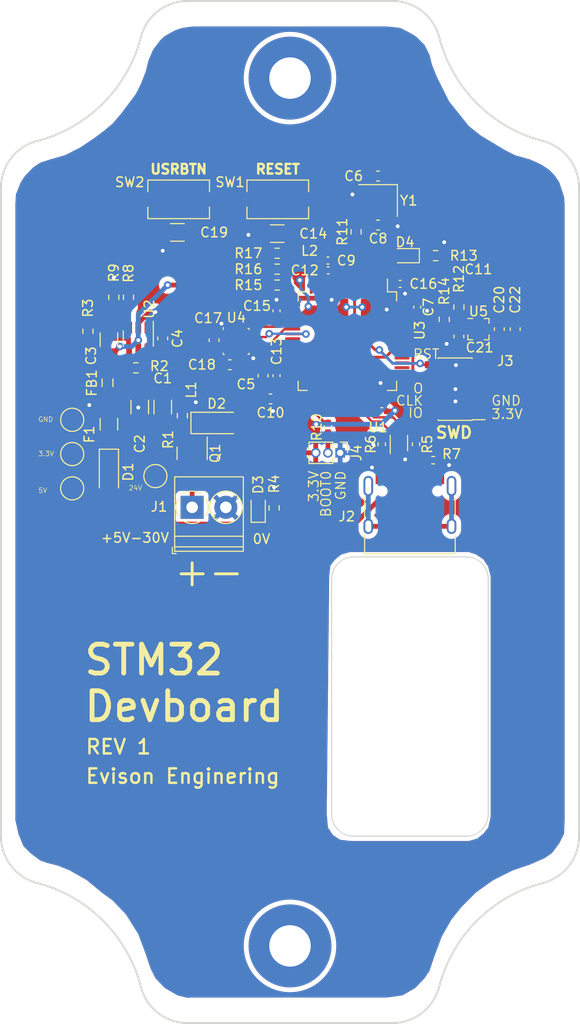
<source format=kicad_pcb>
(kicad_pcb (version 20221018) (generator pcbnew)
  (title_block (title "PCB") (date "2023-05-21") (rev "1") (company "Evison Engineering") (comment 1 "STM32 Development Board"))
  (layers (0 "F.Cu" signal) (31 "B.Cu" power) (34 "B.Paste" user) (35 "F.Paste" user) (36 "B.SilkS" user "B.Silkscreen") (37 "F.SilkS" user "F.Silkscreen") (38 "B.Mask" user) (39 "F.Mask" user) (44 "Edge.Cuts" user))
  (net 0 "")
  (net 1 "+3.3V")
  (net 2 "GND")
  (net 3 "+3.3VA")
  (net 4 "BUCK_IN")
  (net 5 "BUCK_SW")
  (net 6 "BUCK_BST")
  (net 7 "Net-(D1-K)")
  (net 8 "LED")
  (net 9 "+5V")
  (net 10 "Net-(D4-K)")
  (net 11 "Net-(F1-Pad1)")
  (net 12 "USB_CONN_D+")
  (net 13 "USB_CONN_D-")
  (net 14 "+24V")
  (net 15 "SWDIO")
  (net 16 "SWCLK")
  (net 17 "SWO")
  (net 20 "NRST")
  (net 21 "BUCK_FB")
  (net 22 "BUCK_EN")
  (net 23 "RCC_OSC_IN")
  (net 24 "RCC_OSC_OUT")
  (net 25 "BOOT0")
  (net 26 "USB_CONN_CC1")
  (net 27 "USB_CONN_CC2")
  (net 28 "Net-(J4-Pin_2)")
  (net 29 "VMEAS")
  (net 30 "SPI1_SCK")
  (net 31 "SPI1_MISO")
  (net 32 "SPI1_MOSI")
  (net 33 "SPI1_CSB")
  (net 34 "USB_OTG_FS_DN")
  (net 35 "I2C1_SDA")
  (net 36 "I2C1_SCL")
  (net 37 "USB_OTG_FS_DP")
  (net 38 "BTN1")
  (net 39 "Net-(C8-Pad1)")
  (net 40 "Net-(U3-VCAP1)")
  (net 41 "Net-(D2-A)")
  (net 42 "Net-(D3-K)")
  (net 43 "Net-(R16-Pad1)")
  (net 84 "unconnected-(J2-SHIELD-PadS1)")
  (footprint "Package_TO_SOT_SMD:SOT-666" (layer "F.Cu") (at 97.155 95.123 90)
    (fp_text reference "U1")
    (fp_text value "USBLC6-2P6")
  )
  (footprint "LED_SMD:LED_0603_1608Metric" (layer "F.Cu") (at 97.79 75.692 180)
    (fp_text reference "D4")
    (fp_text value "GRN")
  )
  (footprint "Resistor_SMD:R_0603_1608Metric" (layer "F.Cu") (at 84.518 78.74 180)
    (fp_text reference "R15")
    (fp_text value "220k")
  )
  (footprint "Capacitor_SMD:C_0402_1005Metric" (layer "F.Cu") (at 84.455 88.138 90)
    (fp_text reference "C13")
    (fp_text value "100n")
  )
  (footprint "Resistor_SMD:R_0603_1608Metric" (layer "F.Cu") (at 67.564 80.01 90)
    (fp_text reference "R9")
    (fp_text value "10k")
  )
  (footprint "Resistor_SMD:R_0603_1608Metric" (layer "F.Cu") (at 103.382 81.0255 -90)
    (fp_text reference "R12")
    (fp_text value "10k")
  )
  (footprint "Connector_USB:USB_C_Receptacle_HRO_TYPE-C-31-M-12" (layer "F.Cu") (at 98.296 102.709)
    (fp_text reference "J2")
    (fp_text value "USB_C_Receptacle_USB2.0")
  )
  (footprint "Diode_SMD:D_MiniMELF" (layer "F.Cu") (at 78.232 93.042)
    (fp_text reference "D2")
    (fp_text value "ZMM5V6-M")
  )
  (footprint "Capacitor_SMD:C_1206_3216Metric" (layer "F.Cu") (at 72.644 91.391 90)
    (fp_text reference "C1")
    (fp_text value "10u")
  )
  (footprint "Connector_PinHeader_1.27mm:PinHeader_1x03_P1.27mm_Vertical" (layer "F.Cu") (at 91.059 96.139 -90)
    (fp_text reference "J4")
    (fp_text value "Conn_01x03_Pin")
  )
  (footprint "Package_QFP:LQFP-64_10x10mm_P0.5mm" (layer "F.Cu") (at 91.804 84.555 -90)
    (fp_text reference "U3")
    (fp_text value "STM32F401RCTx")
  )
  (footprint "Capacitor_SMD:C_0402_1005Metric" (layer "F.Cu") (at 89.789 76.2)
    (fp_text reference "C9")
    (fp_text value "1u")
  )
  (footprint "Diode_SMD:D_SOD-123" (layer "F.Cu") (at 67.056 98.122 -90)
    (fp_text reference "D1")
    (fp_text value "B5819W")
  )
  (footprint "Package_LGA:Bosch_LGA-8_2.5x2.5mm_P0.65mm_ClockwisePinNumbering" (layer "F.Cu") (at 80.264 84.582)
    (fp_text reference "U4")
    (fp_text value "BME280")
  )
  (footprint "MountingHole:MountingHole_4.3mm_M4_Pad" (layer "F.Cu") (at 85.852 147.276)
    (fp_text reference "H1" hide)
    (fp_text value "MountingHole")
  )
  (footprint "Button_Switch_SMD:SW_Tactile_SPST_NO_Straight_CK_PTS636Sx25SMTRLFS" (layer "F.Cu") (at 84.582 69.85)
    (fp_text reference "SW1")
    (fp_text value "BTN_RSET")
  )
  (footprint "Capacitor_SMD:C_0402_1005Metric" (layer "F.Cu") (at 84.455 81.407 90)
    (fp_text reference "C15")
    (fp_text value "100n")
  )
  (footprint "Inductor_SMD:L_0402_1005Metric" (layer "F.Cu") (at 89.789 75.184 180)
    (fp_text reference "L2")
    (fp_text value "39n")
  )
  (footprint "Resistor_SMD:R_0603_1608Metric" (layer "F.Cu") (at 100.965 75.692 180)
    (fp_text reference "R13")
    (fp_text value "R47")
  )
  (footprint "Capacitor_SMD:C_1206_3216Metric" (layer "F.Cu") (at 84.52 73.406 180)
    (fp_text reference "C14")
    (fp_text value "0u1")
  )
  (footprint "Inductor_SMD:L_0805_2012Metric" (layer "F.Cu") (at 66.912 88.873 90)
    (fp_text reference "FB1")
    (fp_text value "600 @ 600MHz")
  )
  (footprint "Resistor_SMD:R_0603_1608Metric" (layer "F.Cu") (at 74.676 92.28 90)
    (fp_text reference "R1")
    (fp_text value "100k")
  )
  (footprint "Button_Switch_SMD:SW_Tactile_SPST_NO_Straight_CK_PTS636Sx25SMTRLFS" (layer "F.Cu") (at 74.295 69.85)
    (fp_text reference "SW2")
    (fp_text value "BTN1")
  )
  (footprint "Package_LGA:LGA-12_2x2mm_P0.5mm" (layer "F.Cu") (at 105.41 83.312)
    (fp_text reference "U5")
    (fp_text value "LIS2DW12")
  )
  (footprint "Capacitor_SMD:C_1206_3216Metric" (layer "F.Cu") (at 67.056 84.406 90)
    (fp_text reference "C3")
    (fp_text value "10u")
  )
  (footprint "Resistor_SMD:R_0603_1608Metric" (layer "F.Cu") (at 92.71 73.215 90)
    (fp_text reference "R11")
    (fp_text value "R47")
  )
  (footprint "Resistor_SMD:R_0603_1608Metric" (layer "F.Cu") (at 101.858 82.2955 -90)
    (fp_text reference "R14")
    (fp_text value "10k")
  )
  (footprint "TestPoint:TestPoint_Pad_D2.0mm" (layer "F.Cu") (at 63.246 99.822)
    (fp_text reference "TP3" hide)
    (fp_text value "5V")
  )
  (footprint "Connector_PinHeader_1.27mm:PinHeader_2x05_P1.27mm_Vertical_SMD" (layer "F.Cu") (at 102.997 89.535 180)
    (fp_text reference "J3")
    (fp_text value "SWD")
  )
  (footprint "LED_SMD:LED_0603_1608Metric" (layer "F.Cu") (at 82.55 101.854 90)
    (fp_text reference "D3")
    (fp_text value "GRN")
  )
  (footprint "Resistor_SMD:R_0603_1608Metric" (layer "F.Cu") (at 84.201 101.854 -90)
    (fp_text reference "R4")
    (fp_text value "R47")
  )
  (footprint "Capacitor_SMD:C_0603_1608Metric" (layer "F.Cu") (at 109.224 83.3115 -90)
    (fp_text reference "C22")
    (fp_text value "10u")
  )
  (footprint "Capacitor_SMD:C_0603_1608Metric" (layer "F.Cu") (at 107.573 83.3115 -90)
    (fp_text reference "C20")
    (fp_text value "100n")
  )
  (footprint "Package_TO_SOT_SMD:SOT-23" (layer "F.Cu") (at 75.692 96.1898 -90)
    (fp_text reference "Q1")
    (fp_text value "AO3401A")
  )
  (footprint "Fuse:Fuse_1206_3216Metric" (layer "F.Cu") (at 67.056 93.169 -90)
    (fp_text reference "F1")
    (fp_text value "250mA")
  )
  (footprint "Resistor_SMD:R_0402_1005Metric" (layer "F.Cu") (at 100.711 96.901)
    (fp_text reference "R7")
    (fp_text value "5k1")
  )
  (footprint "Resistor_SMD:R_0603_1608Metric" (layer "F.Cu") (at 69.85 87.327 180)
    (fp_text reference "R2")
    (fp_text value "100k")
  )
  (footprint "Crystal:Crystal_SMD_3225-4Pin_3.2x2.5mm" (layer "F.Cu") (at 94.996 69.977 180)
    (fp_text reference "Y1")
    (fp_text value "16MHz")
  )
  (footprint "Capacitor_SMD:C_1206_3216Metric" (layer "F.Cu") (at 70.2564 91.391 90)
    (fp_text reference "C2")
    (fp_text value "10u")
  )
  (footprint "Resistor_SMD:R_0603_1608Metric" (layer "F.Cu") (at 64.88 83.539 90)
    (fp_text reference "R3")
    (fp_text value "68k")
  )
  (footprint "TerminalBlock_Phoenix:TerminalBlock_Phoenix_PT-1,5-2-3.5-H_1x02_P3.50mm_Horizontal" (layer "F.Cu") (at 75.692 101.789)
    (fp_text reference "J1")
    (fp_text value "Screw_Terminal_01x02")
  )
  (footprint "Capacitor_SMD:C_0603_1608Metric" (layer "F.Cu") (at 79.607 87.004)
    (fp_text reference "C18")
    (fp_text value "100n")
  )
  (footprint "Capacitor_SMD:C_0603_1608Metric" (layer "F.Cu") (at 103.382 84.0735 -90)
    (fp_text reference "C21")
    (fp_text value "100n")
  )
  (footprint "Package_TO_SOT_SMD:SOT-23-6" (layer "F.Cu") (at 70.104 84.2905 -90)
    (fp_text reference "U2")
    (fp_text value "TPMP2359DJ")
  )
  (footprint "TestPoint:TestPoint_Pad_D2.0mm" (layer "F.Cu") (at 63.246 96.266)
    (fp_text reference "TP2" hide)
    (fp_text value "3.3V")
  )
  (footprint "Capacitor_SMD:C_0603_1608Metric" (layer "F.Cu") (at 94.996 67.437 180)
    (fp_text reference "C6")
    (fp_text value "10p")
  )
  (footprint "Capacitor_SMD:C_1206_3216Metric" (layer "F.Cu") (at 74.168 73.279 180)
    (fp_text reference "C19")
    (fp_text value "0u1")
  )
  (footprint "Capacitor_SMD:C_0603_1608Metric" (layer "F.Cu") (at 94.996 72.517)
    (fp_text reference "C8")
    (fp_text value "10p")
  )
  (footprint "Resistor_SMD:R_0603_1608Metric" (layer "F.Cu") (at 69.088 80.01 -90)
    (fp_text reference "R8")
    (fp_text value "30k")
  )
  (footprint "MountingHole:MountingHole_4.3mm_M4_Pad" (layer "F.Cu") (at 85.852 57.276)
    (fp_text reference "H2" hide)
    (fp_text value "MountingHole")
  )
  (footprint "Capacitor_SMD:C_0402_1005Metric" (layer "F.Cu") (at 99.06 81.026 -90)
    (fp_text reference "C7")
    (fp_text value "100n")
  )
  (footprint "Capacitor_SMD:C_0402_1005Metric" (layer "F.Cu") (at 95.377 91.821 180)
    (fp_text reference "C11")
    (fp_text value "100n")
  )
  (footprint "TestPoint:TestPoint_Pad_D2.0mm" (layer "F.Cu") (at 71.882 98.552)
    (fp_text reference "TP4" hide)
    (fp_text value "24V")
  )
  (footprint "Resistor_SMD:R_0603_1608Metric" (layer "F.Cu") (at 84.518 77.089)
    (fp_text reference "R16")
    (fp_text value "22k")
  )
  (footprint "Resistor_SMD:R_0402_1005Metric" (layer "F.Cu") (at 89.789 93.472 90)
    (fp_text reference "R10")
    (fp_text value "10k")
  )
  (footprint "Resistor_SMD:R_0402_1005Metric" (layer "F.Cu") (at 95.377 95.25 90)
    (fp_text reference "R6")
    (fp_text value "5k1")
  )
  (footprint "Capacitor_SMD:C_0402_1005Metric" (layer "F.Cu") (at 89.817 77.216)
    (fp_text reference "C12")
    (fp_text value "10n")
  )
  (footprint "Resistor_SMD:R_0603_1608Metric" (layer "F.Cu") (at 84.518 75.438 180)
    (fp_text reference "R17")
    (fp_text value "10k")
  )
  (footprint "Capacitor_SMD:C_0603_1608Metric" (layer "F.Cu") (at 77.978 84.455 90)
    (fp_text reference "C17")
    (fp_text value "100n")
  )
  (footprint "Capacitor_SMD:C_0603_1608Metric" (layer "F.Cu") (at 83.833 90.551 180)
    (fp_text reference "C10")
    (fp_text value "4u7")
  )
  (footprint "Capacitor_SMD:C_0603_1608Metric" (layer "F.Cu") (at 83.058 88.138 90)
    (fp_text reference "C5")
    (fp_text value "4u7")
  )
  (footprint "Inductor_SMD:L_0402_1005Metric" (layer "F.Cu") (at 74.422 89.613 -90)
    (fp_text reference "L1")
    (fp_text value "4.7u")
  )
  (footprint "TestPoint:TestPoint_Pad_D2.0mm" (layer "F.Cu") (at 63.246 92.71)
    (fp_text reference "TP1" hide)
    (fp_text value "GND")
  )
  (footprint "Capacitor_SMD:C_0603_1608Metric" (layer "F.Cu") (at 72.644 84.279 90)
    (fp_text reference "C4")
    (fp_text value "10n")
  )
  (footprint "Capacitor_SMD:C_0402_1005Metric" (layer "F.Cu") (at 97.282 78.613)
    (fp_text reference "C16")
    (fp_text value "100n")
  )
  (footprint "Resistor_SMD:R_0402_1005Metric" (layer "F.Cu") (at 98.933 95.25 -90)
    (fp_text reference "R5")
    (fp_text value "1k5")
  )
  (gr_arc (start 101.328312 151.526) (mid 105.245398 144.669398) (end 112.102 140.752312) (stroke (width 0.2)) (layer "Edge.Cuts"))
  (gr_arc (start 70.375688 53.026) (mid 72.155055 50.323152) (end 75.216917 49.276) (stroke (width 0.2)) (layer "Edge.Cuts"))
  (gr_line (start 92.456 135.89) (end 104.14 135.89) (stroke (width 0.1)) (layer "Edge.Cuts"))
  (gr_arc (start 104.14 106.934) (mid 105.756446 107.603554) (end 106.426 109.22) (stroke (width 0.1)) (layer "Edge.Cuts"))
  (gr_arc (start 96.487083 49.276) (mid 99.548954 50.323146) (end 101.328312 53.026) (stroke (width 0.2)) (layer "Edge.Cuts"))
  (gr_arc (start 55.852 68.640917) (mid 56.899154 65.579056) (end 59.602 63.799688) (stroke (width 0.2)) (layer "Edge.Cuts"))
  (gr_line (start 115.852 135.911083) (end 115.852 68.640917) (stroke (width 0.2)) (layer "Edge.Cuts"))
  (gr_line (start 90.17 109.22) (end 90.17 133.604) (stroke (width 0.1)) (layer "Edge.Cuts"))
  (gr_arc (start 106.426 133.604) (mid 105.756446 135.220446) (end 104.14 135.89) (stroke (width 0.1)) (layer "Edge.Cuts"))
  (gr_arc (start 92.456 135.89) (mid 90.839554 135.220446) (end 90.17 133.604) (stroke (width 0.1)) (layer "Edge.Cuts"))
  (gr_arc (start 70.375688 53.026) (mid 66.458602 59.882602) (end 59.602 63.799688) (stroke (width 0.2)) (layer "Edge.Cuts"))
  (gr_arc (start 90.17 109.22) (mid 90.839554 107.603554) (end 92.456 106.934) (stroke (width 0.1)) (layer "Edge.Cuts"))
  (gr_line (start 75.216917 155.276) (end 96.487083 155.276) (stroke (width 0.2)) (layer "Edge.Cuts"))
  (gr_arc (start 115.852 135.911083) (mid 114.804854 138.972954) (end 112.102 140.752312) (stroke (width 0.2)) (layer "Edge.Cuts"))
  (gr_arc (start 59.602 140.752312) (mid 66.458602 144.669398) (end 70.375688 151.526) (stroke (width 0.2)) (layer "Edge.Cuts"))
  (gr_line (start 96.487083 49.276) (end 75.216917 49.276) (stroke (width 0.2)) (layer "Edge.Cuts"))
  (gr_arc (start 112.102 63.799688) (mid 114.80484 65.579056) (end 115.852 68.640917) (stroke (width 0.2)) (layer "Edge.Cuts"))
  (gr_arc (start 59.602 140.752312) (mid 56.899153 138.972945) (end 55.852 135.911083) (stroke (width 0.2)) (layer "Edge.Cuts"))
  (gr_arc (start 101.328312 151.526) (mid 99.548944 154.22884) (end 96.487083 155.276) (stroke (width 0.2)) (layer "Edge.Cuts"))
  (gr_line (start 106.426 133.604) (end 106.426 109.22) (stroke (width 0.1)) (layer "Edge.Cuts"))
  (gr_line (start 104.14 106.934) (end 92.456 106.934) (stroke (width 0.1)) (layer "Edge.Cuts"))
  (gr_arc (start 112.102 63.799688) (mid 105.245398 59.882602) (end 101.328312 53.026) (stroke (width 0.2)) (layer "Edge.Cuts"))
  (gr_arc (start 75.216917 155.276) (mid 72.155056 154.228846) (end 70.375688 151.526) (stroke (width 0.2)) (layer "Edge.Cuts"))
  (gr_line (start 55.852 68.640917) (end 55.852 135.911083) (stroke (width 0.2)) (layer "Edge.Cuts"))
  (gr_text "GND" (at 59.69 92.964) (layer "F.SilkS") (effects (font (size 0.5 0.5) (thickness 0.0625)) (justify left bottom)))
  (gr_text "+5V-30V" (at 66.1416 105.537) (layer "F.SilkS") (effects (font (size 1 1)) (justify left bottom)))
  (gr_text "IO" (at 98.044 92.583) (layer "F.SilkS") (effects (font (size 1 1) (thickness 0.125)) (justify left bottom)))
  (gr_text "GND" (at 106.68 91.313) (layer "F.SilkS") (effects (font (size 1 1) (thickness 0.125)) (justify left bottom)))
  (gr_text "24V" (at 69.088 100.076) (layer "F.SilkS") (effects (font (size 0.5 0.5) (thickness 0.0625)) (justify left bottom)))
  (gr_text "+" (at 75.692 108.458) (layer "F.SilkS") (effects (font (size 3 3) (thickness 0.3) bold)))
  (gr_text "5V" (at 59.69 100.33) (layer "F.SilkS") (effects (font (size 0.5 0.5) (thickness 0.0625)) (justify left bottom)))
  (gr_text "USRBTN" (at 74.295 67.31) (layer "F.SilkS") (effects (font (size 1 1) (thickness 0.25) bold) (justify bottom)))
  (gr_text "RST" (at 98.552 86.487) (layer "F.SilkS") (effects (font (size 1 1) (thickness 0.125)) (justify left bottom)))
  (gr_text "BOOT0" (at 90.17 97.917 90) (layer "F.SilkS") (effects (font (size 1 1) (thickness 0.125)) (justify right bottom)))
  (gr_text "O" (at 98.552 90.043) (layer "F.SilkS") (effects (font (size 1 1) (thickness 0.125)) (justify left bottom)))
  (gr_text "GND" (at 91.694 97.917 90) (layer "F.SilkS") (effects (font (size 1 1) (thickness 0.125)) (justify right bottom)))
  (gr_text "STM32 \nDevboard" (at 64.262 124.206) (layer "F.SilkS") (effects (font (size 3 3) (thickness 0.5) bold) (justify left bottom)))
  (gr_text "3.3V" (at 88.9 97.917 90) (layer "F.SilkS") (effects (font (size 1 1) (thickness 0.125)) (justify right bottom)))
  (gr_text "CLK" (at 96.774 91.313) (layer "F.SilkS") (effects (font (size 1 1) (thickness 0.125)) (justify left bottom)))
  (gr_text "3.3V" (at 59.69 96.52) (layer "F.SilkS") (effects (font (size 0.5 0.5) (thickness 0.0625)) (justify left bottom)))
  (gr_text "RESET" (at 84.582 67.31) (layer "F.SilkS") (effects (font (size 1 1) (thickness 0.25) bold) (justify bottom)))
  (gr_text "Evison Enginering" (at 64.516 130.556) (layer "F.SilkS") (effects (font (size 1.5 1.5) (thickness 0.25) bold) (justify left bottom)))
  (gr_text "3.3V" (at 106.68 92.71) (layer "F.SilkS") (effects (font (size 1 1) (thickness 0.125)) (justify left bottom)))
  (gr_text "SWD" (at 102.87 94.742) (layer "F.SilkS") (effects (font (size 1.2 1.2) (thickness 0.25) bold) (justify bottom)))
  (gr_text "REV 1" (at 64.516 127.508) (layer "F.SilkS") (effects (font (size 1.5 1.5) (thickness 0.25) bold) (justify left bottom)))
  (gr_text "0V" (at 81.8896 105.664) (layer "F.SilkS") (effects (font (size 1 1)) (justify left bottom)))
  (gr_text "-" (at 79.248 108.458) (layer "F.SilkS") (effects (font (size 3 3) (thickness 0.3) bold)))
  (segment (start 74.422 90.292993) (end 74.422 90.098) (width 0.5) (layer "F.Cu") (net 1))
  (segment (start 74.422 90.098) (end 75.738 90.098) (width 0.5) (layer "F.Cu") (net 1))
  (segment (start 98.801 80.805) (end 99.06 80.546) (width 0.3) (layer "F.Cu") (net 1))
  (segment (start 102.112 81.4705) (end 103.382 80.2005) (width 0.25) (layer "F.Cu") (net 1))
  (segment (start 86.129 81.805) (end 87.005041 81.805) (width 0.3) (layer "F.Cu") (net 1))
  (segment (start 79.289 86.547) (end 78.832 87.004) (width 0.5) (layer "F.Cu") (net 1))
  (segment (start 97.479 80.805) (end 97.061 80.805) (width 0.3) (layer "F.Cu") (net 1))
  (segment (start 79.289 84.932) (end 79.314 84.907) (width 0.5) (layer "F.Cu") (net 1))
  (segment (start 98.933 94.74) (end 98.933 94.037828) (width 0.5) (layer "F.Cu") (net 1))
  (segment (start 84.768 88.305) (end 86.129 88.305) (width 0.3) (layer "F.Cu") (net 1))
  (segment (start 86.960188 76.504241) (end 88.950429 74.514) (width 0.3) (layer "F.Cu") (net 1))
  (segment (start 79.314 84.907) (end 80.564 84.907) (width 0.5) (layer "F.Cu") (net 1))
  (segment (start 88.950429 74.514) (end 89.657571 74.514) (width 0.3) (layer "F.Cu") (net 1))
  (segment (start 103.382 80.2005) (end 104.3235 80.2005) (width 0.25) (layer "F.Cu") (net 1))
  (segment (start 79.048 85.366) (end 79.289 85.607) (width 0.25) (layer "F.Cu") (net 1))
  (segment (start 101.858 81.4705) (end 102.112 81.4705) (width 0.25) (layer "F.Cu") (net 1))
  (segment (start 87.757 80.9545) (end 87.8165 81.014) (width 0.3) (layer "F.Cu") (net 1))
  (segment (start 87.757 81.053041) (end 87.757 80.9545) (width 0.3) (layer "F.Cu") (net 1))
  (segment (start 84.455 81.887) (end 84.537 81.805) (width 0.25) (layer "F.Cu") (net 1))
  (segment (start 87.005041 81.805) (end 87.757 81.053041) (width 0.3) (layer "F.Cu") (net 1))
  (segment (start 90.274 75.130429) (end 90.274 75.184) (width 0.3) (layer "F.Cu") (net 1))
  (segment (start 75.738 90.098) (end 78.832 87.004) (width 0.5) (layer "F.Cu") (net 1))
  (segment (start 95.857 91.821) (end 95.654 91.618) (width 0.5) (layer "F.Cu") (net 1))
  (segment (start 107.0475 83.062) (end 107.573 82.5365) (width 0.3) (layer "F.Cu") (net 1))
  (segment (start 79.289 85.607) (end 79.289 86.547) (width 0.5) (layer "F.Cu") (net 1))
  (segment (start 93.345 81.026) (end 94.284041 81.026) (width 0.3) (layer "F.Cu") (net 1))
  (segment (start 95.654 91.618) (end 95.654 90.23) (width 0.5) (layer "F.Cu") (net 1))
  (segment (start 79.289 85.607) (end 79.289 84.932) (width 0.5) (layer "F.Cu") (net 1))
  (segment (start 78.912 85.23) (end 79.289 85.607) (width 0.5) (layer "F.Cu") (net 1))
  (segment (start 104.6475 83.062) (end 106.1725 83.062) (width 0.3) (layer "F.Cu") (net 1))
  (segment (start 104.3235 80.2005) (end 106.1725 82.0495) (width 0.25) (layer "F.Cu") (net 1))
  (segment (start 101.858 81.4705) (end 100.9335 80.546) (width 0.3) (layer "F.Cu") (net 1))
  (segment (start 72.644 92.866) (end 70.104 92.866) (width 0.5) (layer "F.Cu") (net 1))
  (segment (start 103.6185 83.062) (end 104.6475 83.062) (width 0.25) (layer "F.Cu") (net 1))
  (segment (start 72.644 92.070993) (end 74.422 90.292993) (width 0.5) (layer "F.Cu") (net 1))
  (segment (start 103.382 83.2985) (end 103.6185 83.062) (width 0.25) (layer "F.Cu") (net 1))
  (segment (start 95.554 91.518) (end 95.857 91.821) (width 0.3) (layer "F.Cu") (net 1))
  (segment (start 84.455 88.618) (end 84.768 88.305) (width 0.3) (layer "F.Cu") (net 1))
  (segment (start 95.554 79.756041) (end 95.554 78.88) (width 0.3) (layer "F.Cu") (net 1))
  (segment (start 80.589 84.932) (end 80.589 85.607) (width 0.5) (layer "F.Cu") (net 1))
  (segment (start 94.284041 81.026) (end 95.554 79.756041) (width 0.3) (layer "F.Cu") (net 1))
  (segment (start 96.716172 91.821) (end 95.857 91.821) (width 0.5) (layer "F.Cu") (net 1))
  (segment (start 84.537 81.805) (end 86.129 81.805) (width 0.25) (layer "F.Cu") (net 1))
  (segment (start 83.058 88.913) (end 81.547 88.913) (width 0.3) (layer "F.Cu") (net 1))
  (segment (start 88.519 93.218) (end 88.562502 93.174498) (width 0.5) (layer "F.Cu") (net 1))
  (segment (start 89.657571 74.514) (end 90.274 75.130429) (width 0.3) (layer "F.Cu") (net 1))
  (segment (start 98.933 94.037828) (end 96.716172 91.821) (width 0.5) (layer "F.Cu") (net 1))
  (segment (start 107.573 82.5365) (end 109.097 82.5365) (width 0.3) (layer "F.Cu") (net 1))
  (segment (start 106.1725 82.562) (end 107.5475 82.562) (width 0.25) (layer "F.Cu") (net 1))
  (segment (start 98.933 94.74) (end 102.282 94.74) (width 0.5) (layer "F.Cu") (net 1))
  (segment (start 97.061 80.805) (end 96.52 80.264) (width 0.3) (layer "F.Cu") (net 1))
  (segment (start 106.1725 83.062) (end 107.0475 83.062) (width 0.3) (layer "F.Cu") (net 1))
  (segment (start 84.16 88.913) (end 84.455 88.618) (width 0.5) (layer "F.Cu") (net 1))
  (segment (start 83.058 88.913) (end 84.16 88.913) (width 0.5) (layer "F.Cu") (net 1))
  (segment (start 95.554 90.23) (end 95.554 91.518) (width 0.3) (layer "F.Cu") (net 1))
  (segment (start 72.644 92.866) (end 72.644 92.070993) (width 0.5) (layer "F.Cu") (net 1))
  (segment (start 77.956 85.366) (end 79.048 85.366) (width 0.25) (layer "F.Cu") (net 1))
  (segment (start 77.978 85.23) (end 78.912 85.23) (width 0.5) (layer "F.Cu") (net 1))
  (segment (start 82.55 101.0665) (end 82.158 100.6745) (width 0.5) (layer "F.Cu") (net 1))
  (segment (start 91.682 81.014) (end 91.694 81.026) (width 0.3) (layer "F.Cu") (net 1))
  (segment (start 80.564 84.907) (end 80.589 84.932) (width 0.5) (layer "F.Cu") (net 1))
  (segment (start 102.282 94.74) (end 104.947 92.075) (width 0.5) (layer "F.Cu") (net 1))
  (segment (start 97.479 80.805) (end 98.801 80.805) (width 0.3) (layer "F.Cu") (net 1))
  (segment (start 84.455 81.887) (end 83.411 81.887) (width 0.5) (layer "F.Cu") (net 1))
  (segment (start 106.1725 82.0495) (end 106.1725 82.562) (width 0.25) (layer "F.Cu") (net 1))
  (segment (start 100.9335 80.546) (end 99.06 80.546) (width 0.3) (layer "F.Cu") (net 1))
  (segment (start 107.5475 82.562) (end 107.573 82.5365) (width 0.25) (layer "F.Cu") (net 1))
  (segment (start 83.411 81.887) (end 83.058 81.534) (width 0.5) (layer "F.Cu") (net 1))
  (via (at 91.694 81.026) (size 0.8) (drill 0.4) (layers "F.Cu" "B.Cu") (net 1))
  (via (at 88.562502 93.174498) (size 0.8) (drill 0.4) (layers "F.Cu" "B.Cu") (net 1))
  (via (at 87.757 80.9545) (size 0.8) (drill 0.4) (layers "F.Cu" "B.Cu") (net 1))
  (via (at 96.733726 91.758438) (size 0.8) (drill 0.4) (layers "F.Cu" "B.Cu") (net 1))
  (via (at 86.868 78.232) (size 0.8) (drill 0.4) (layers "F.Cu" "B.Cu") (net 1))
  (via (at 93.345 81.026) (size 0.8) (drill 0.4) (layers "F.Cu" "B.Cu") (net 1))
  (segment (start 87.757 79.952624) (end 86.960188 79.155812) (width 0.3) (layer "B.Cu") (net 1))
  (segment (start 86.960188 79.155812) (end 86.960188 78.324188) (width 0.3) (layer "B.Cu") (net 1))
  (segment (start 88.562502 93.174498) (end 95.317666 93.174498) (width 0.5) (layer "B.Cu") (net 1))
  (segment (start 91.694 81.026) (end 93.345 81.026) (width 0.3) (layer "B.Cu") (net 1))
  (segment (start 86.960188 78.324188) (end 86.868 78.232) (width 0.3) (layer "B.Cu") (net 1))
  (segment (start 87.757 80.9545) (end 87.757 79.952624) (width 0.3) (layer "B.Cu") (net 1))
  (segment (start 95.317666 93.174498) (end 96.733726 91.758438) (width 0.5) (layer "B.Cu") (net 1))
  (segment (start 107.573 84.0865) (end 109.097 84.0865) (width 0.3) (layer "F.Cu") (net 2))
  (segment (start 105.16 84.562) (end 105.16 84.0745) (width 0.25) (layer "F.Cu") (net 2))
  (segment (start 66.712 80.037) (end 66.712 82.587) (width 0.5) (layer "F.Cu") (net 2))
  (segment (start 90.297 76.2) (end 90.297 77.216) (width 0.5) (layer "F.Cu") (net 2))
  (segment (start 101.546 97.226) (end 101.546 98.664) (width 0.5) (layer "F.Cu") (net 2))
  (segment (start 84.833 81.305) (end 86.129 81.305) (width 0.25) (layer "F.Cu") (net 2))
  (segment (start 101.79 74.359) (end 101.854 74.295) (width 0.3) (layer "F.Cu") (net 2))
  (segment (start 97.479 81.305) (end 98.859 81.305) (width 0.3) (layer "F.Cu") (net 2))
  (segment (start 93.896 69.127) (end 92.544 69.127) (width 0.3) (layer "F.Cu") (net 2))
  (segment (start 83.045 73.406) (end 83.311 73.406) (width 0.5) (layer "F.Cu") (net 2))
  (segment (start 95.054 90.23) (end 95.054 91.664) (width 0.3) (layer "F.Cu") (net 2))
  (segment (start 94.221 67.437) (end 94.221 68.802) (width 0.5) (layer "F.Cu") (net 2))
  (segment (start 79.289 83.2855) (end 78.74 82.7365) (width 0.3) (layer "F.Cu") (net 2))
  (segment (start 97.762 78.613) (end 97.762 79.601) (width 0.3) (layer "F.Cu") (net 2))
  (segment (start 95.377 94.74) (end 94.998 94.74) (width 0.25) (layer "F.Cu") (net 2))
  (segment (start 80.382 87.004) (end 79.939 86.561) (width 0.25) (layer "F.Cu") (net 2))
  (segment (start 72.693 73.279) (end 72.693 75.135) (width 0.5) (layer "F.Cu") (net 2))
  (segment (start 80.741 87.363) (end 80.382 87.004) (width 0.5) (layer "F.Cu") (net 2))
  (segment (start 95.046 98.664) (end 95.046 98.348) (width 0.25) (layer "F.Cu") (net 2))
  (segment (start 97.479 81.305) (end 95.91 81.305) (width 0.3) (layer "F.Cu") (net 2))
  (segment (start 105.16 84.0745) (end 106.16 84.0745) (width 0.25) (layer "F.Cu") (net 2))
  (segment (start 83.058 90.779218) (end 84.086891 91.808109) (width 0.3) (layer "F.Cu") (net 2))
  (segment (start 90.054 78.88) (end 90.054 77.459) (width 0.3) (layer "F.Cu") (net 2))
  (segment (start 95.054 90.23) (end 95.054 89.096) (width 0.3) (layer "F.Cu") (net 2))
  (segment (start 84.455 87.658) (end 84.602 87.805) (width 0.3) (layer "F.Cu") (net 2))
  (segment (start 70.42 71.006) (end 72.693 73.279) (width 0.5) (layer "F.Cu") (net 2))
  (segment (start 67.056 82.931) (end 66.639 82.514) (width 0.5) (layer "F.Cu") (net 2))
  (segment (start 70.104 83.153) (end 70.104 82.695209) (width 0.5) (layer "F.Cu") (net 2))
  (segment (start 84.455 80.927) (end 84.833 81.305) (width 0.25) (layer "F.Cu") (net 2))
  (segment (start 66.839 82.714) (end 67.056 82.931) (width 0.5) (layer "F.Cu") (net 2))
  (segment (start 79.939 86.561) (end 79.939 85.607) (width 0.25) (layer "F.Cu") (net 2))
  (segment (start 74.676 91.455) (end 75.2385 90.8925) (width 0.5) (layer "F.Cu") (net 2))
  (segment (start 96.096 70.827) (end 96.096 72.192) (width 0.5) (layer "F.Cu") (net 2))
  (segment (start 72.693 75.135) (end 72.644 75.184) (width 0.5) (layer "F.Cu") (net 2))
  (segment (start 84.602 87.805) (end 86.129 87.805) (width 0.3) (layer "F.Cu") (net 2))
  (segment (start 67.564 79.185) (end 66.712 80.037) (width 0.5) (layer "F.Cu") (net 2))
  (segment (start 97.4545 96.8225) (end 97.804098 96.8225) (width 0.25) (layer "F.Cu") (net 2))
  (segment (start 75.2385 90.8925) (end 76.073 90.8925) (width 0.5) (layer "F.Cu") (net 2))
  (segment (start 103.382 84.8485) (end 104.8735 84.8485) (width 0.25) (layer "F.Cu") (net 2))
  (segment (start 94.998 94.74) (end 94.488 95.25) (width 0.25) (layer "F.Cu") (net 2))
  (segment (start 94.221 68.802) (end 93.896 69.127) (width 0.5) (layer "F.Cu") (net 2))
  (segment (start 83.058 90.551) (end 83.058 90.779218) (width 0.3) (layer "F.Cu") (net 2))
  (segment (start 83.045 73.406) (end 81.661 73.406) (width 0.3) (layer "F.Cu") (net 2))
  (segment (start 101.221 96.901) (end 101.854 96.901) (width 0.5) (layer "F.Cu") (net 2))
  (segment (start 70.42 69.85) (end 70.42 71.006) (width 0.5) (layer "F.Cu") (net 2))
  (segment (start 84.16 87.363) (end 84.455 87.658) (width 0.5) (layer "F.Cu") (net 2))
  (segment (start 70.104 89.916) (end 72.644 89.916) (width 0.5) (layer "F.Cu") (net 2))
  (segment (start 83.311 73.406) (end 85.343 75.438) (width 0.5) (layer "F.Cu") (net 2))
  (segment (start 90.054 77.459) (end 90.297 77.216) (width 0.3) (layer "F.Cu") (net 2))
  (segment (start 83.801 87.004) (end 84.455 87.658) (width 0.5) (layer "F.Cu") (net 2))
  (segment (start 96.096 72.192) (end 95.771 72.517) (width 0.5) (layer "F.Cu") (net 2))
  (segment (start 90.054 80.148) (end 90.17 80.264) (width 0.3) (layer "F.Cu") (net 2))
  (segment (start 66.712 82.587) (end 67.056 82.931) (width 0.5) (layer "F.Cu") (net 2))
  (segment (start 101.221 96.901) (end 101.546 97.226) (width 0.5) (layer "F.Cu") (net 2))
  (segment (start 106.16 84.0745) (end 106.1725 84.062) (width 0.25) (layer "F.Cu") (net 2))
  (segment (start 95.054 89.096) (end 95.25 88.9) (width 0.3) (layer "F.Cu") (net 2))
  (segment (start 79.289 83.557) (end 78.215 83.557) (width 0.25) (layer "F.Cu") (net 2))
  (segment (start 70.104 89.916) (end 70.104 91.44) (width 0.5) (layer "F.Cu") (net 2))
  (segment (start 79.289 83.557) (end 79.289 83.2855) (width 0.3) (layer "F.Cu") (net 2))
  (segment (start 71.265209 81.534) (end 71.882 81.534) (width 0.5) (layer "F.Cu") (net 2))
  (segment (start 97.762 79.601) (end 97.79 79.629) (width 0.3) (layer "F.Cu") (net 2))
  (segment (start 92.544 69.127) (end 92.329 69.342) (width 0.3) (layer "F.Cu") (net 2))
  (segment (start 63.5 92.71) (end 65.024 91.186) (width 0.25) (layer "F.Cu") (net 2))
  (segment (start 83.058 87.363) (end 80.741 87.363) (width 0.5) (layer "F.Cu") (net 2))
  (segment (start 97.155 96.523) (end 97.4545 96.8225) (width 0.25) (layer "F.Cu") (net 2))
  (segment (start 80.382 87.004) (end 83.801 87.004) (width 0.5) (layer "F.Cu") (net 2))
  (segment (start 84.455 80.927) (end 84.455 80.264) (width 0.5) (layer "F.Cu") (net 2))
  (segment (start 77.978 83.4985) (end 78.74 82.7365) (width 0.3) (layer "F.Cu") (net 2))
  (segment (start 80.707 71.068) (end 83.045 73.406) (width 0.5) (layer "F.Cu") (net 2))
  (segment (start 104.8735 84.8485) (end 105.16 84.562) (width 0.25) (layer "F.Cu") (net 2))
  (segment (start 84.201 101.029) (end 84.201 99.695) (width 0.5) (layer "F.Cu") (net 2))
  (segment (start 99.06 81.506) (end 99.977 81.506) (width 0.5) (layer "F.Cu") (net 2))
  (segment (start 95.054 91.664) (end 94.897 91.821) (width 0.3) (layer "F.Cu") (net 2))
  (segment (start 77.978 83.68) (end 77.978 83.4985) (width 0.3) (layer "F.Cu") (net 2))
  (segment (start 103.0732 87.0458) (end 103.124 86.995) (width 0.3) (layer "F.Cu") (net 2))
  (segment (start 70.104 82.695209) (end 71.265209 81.534) (width 0.5) (layer "F.Cu") (net 2))
  (segment (start 103.124 86.995) (end 104.947 86.995) (width 0.3) (layer "F.Cu") (net 2))
  (segment (start 83.058 87.363) (end 84.16 87.363) (width 0.5) (layer "F.Cu") (net 2))
  (segment (start 81.661 73.406) (end 81.534 73.533) (width 0.3) (layer "F.Cu") (net 2))
  (segment (start 96.901 72.517) (end 97.028 72.644) (width 0.3) (layer "F.Cu") (net 2))
  (segment (start 90.054 78.88) (end 90.054 80.148) (width 0.3) (layer "F.Cu") (net 2))
  (segment (start 104.947 89.535) (end 103.0224 89.535) (width 0.3) (layer "F.Cu") (net 2))
  (segment (start 102.1205 84.8485) (end 102.108 84.836) (width 0.5) (layer "F.Cu") (net 2))
  (segment (start 107.5485 84.062) (end 107.573 84.0865) (width 0.25) (layer "F.Cu") (net 2))
  (segment (start 63.246 92.71) (end 63.5 92.71) (width 0.25) (layer "F.Cu") (net 2))
  (segment (start 67.564 77.978) (end 67.564 79.185) (width 0.5) (layer "F.Cu") (net 2))
  (segment (start 81.3695 87.004) (end 82.042 86.3315) (width 0.5) (layer "F.Cu") (net 2))
  (segment (start 80.382 87.004) (end 81.3695 87.004) (width 0.5) (layer "F.Cu") (net 2))
  (segment (start 106.1725 84.062) (end 107.5485 84.062) (width 0.25) (layer "F.Cu") (net 2))
  (segment (start 97.155 96.048) (end 97.155 96.523) (width 0.25) (layer "F.Cu") (net 2))
  (segment (start 104.947 90.805) (end 103.0224 90.805) (width 0.3) (layer "F.Cu") (net 2))
  (segment (start 99.977 81.506) (end 100.076 81.407) (width 0.5) (layer "F.Cu") (net 2))
  (segment (start 106.1725 83.562) (end 106.1725 84.062) (width 0.25) (layer "F.Cu") (net 2))
  (segment (start 95.046 98.348) (end 94.361 97.663) (width 0.25) (layer "F.Cu") (net 2))
  (segment (start 98.859 81.305) (end 99.06 81.506) (width 0.3) (layer "F.Cu") (net 2))
  (segment (start 80.707 69.85) (end 80.707 71.068) (width 0.5) (layer "F.Cu") (net 2))
  (segment (start 64.88 82.714) (end 66.839 82.714) (width 0.5) (layer "F.Cu") (net 2))
  (segment (start 95.91 81.305) (end 95.885 81.28) (width 0.3) (layer "F.Cu") (net 2))
  (segment (start 78.215 83.557) (end 77.956 83.816) (width 0.25) (layer "F.Cu") (net 2))
  (segment (start 95.771 72.517) (end 96.901 72.517) (width 0.3) (layer "F.Cu") (net 2))
  (segment (start 103.382 84.8485) (end 102.1205 84.8485) (width 0.5) (layer "F.Cu") (net 2))
  (segment (start 101.854 96.901) (end 102.362 97.409) (width 0.5) (layer "F.Cu") (net 2))
  (segment (start 101.79 75.692) (end 101.79 74.359) (width 0.3) (layer "F.Cu") (net 2))
  (via (at 76.073 90.8925) (size 0.8) (drill 0.4) (layers "F.Cu" "B.Cu") (net 2))
  (via (at 101.854 74.295) (size 0.8) (drill 0.4) (layers "F.Cu" "B.Cu") (net 2))
  (via (at 70.104 91.44) (size 0.8) (drill 0.4) (layers "F.Cu" "B.Cu") (net 2))
  (via (at 84.086891 91.808109) (size 0.8) (drill 0.4) (layers "F.Cu" "B.Cu") (net 2))
  (via (at 103.0224 90.805) (size 0.8) (drill 0.4) (layers "F.Cu" "B.Cu") (net 2))
  (via (at 97.028 72.644) (size 0.8) (drill 0.4) (layers "F.Cu" "B.Cu") (net 2))
  (via (at 92.329 69.342) (size 0.8) (drill 0.4) (layers "F.Cu" "B.Cu") (net 2))
  (via (at 90.17 80.264) (size 0.8) (drill 0.4) (layers "F.Cu" "B.Cu") (net 2))
  (via (at 67.564 77.978) (size 0.8) (drill 0.4) (layers "F.Cu" "B.Cu") (net 2))
  (via (at 95.25 88.9) (size 0.8) (drill 0.4) (layers "F.Cu" "B.Cu") (net 2))
  (via (at 84.455 80.264) (size 0.8) (drill 0.4) (layers "F.Cu" "B.Cu") (net 2))
  (via (at 97.804098 96.8225) (size 0.8) (drill 0.4) (layers "F.Cu" "B.Cu") (net 2))
  (via (at 103.0732 87.0458) (size 0.8) (drill 0.4) (layers "F.Cu" "B.Cu") (net 2))
  (via (at 82.042 86.3315) (size 0.8) (drill 0.4) (layers "F.Cu" "B.Cu") (net 2))
  (via (at 78.74 82.7365) (size 0.8) (drill 0.4) (layers "F.Cu" "B.Cu") (net 2))
  (via (at 102.362 97.409) (size 0.8) (drill 0.4) (layers "F.Cu" "B.Cu") (net 2))
  (via (at 94.488 95.25) (size 0.8) (drill 0.4) (layers "F.Cu" "B.Cu") (net 2))
  (via (at 97.79 79.629) (size 0.8) (drill 0.4) (layers "F.Cu" "B.Cu") (net 2))
  (via (at 84.201 99.695) (size 0.8) (drill 0.4) (layers "F.Cu" "B.Cu") (net 2))
  (via (at 81.534 73.533) (size 0.8) (drill 0.4) (layers "F.Cu" "B.Cu") (net 2))
  (via (at 65.024 91.186) (size 0.8) (drill 0.4) (layers "F.Cu" "B.Cu") (net 2))
  (via (at 100.076 81.407) (size 0.8) (drill 0.4) (layers "F.Cu" "B.Cu") (net 2))
  (via (at 72.644 75.184) (size 0.8) (drill 0.4) (layers "F.Cu" "B.Cu") (net 2))
  (via (at 71.882 81.534) (size 0.8) (drill 0.4) (layers "F.Cu" "B.Cu") (net 2))
  (via (at 95.885 81.28) (size 0.8) (drill 0.4) (layers "F.Cu" "B.Cu") (net 2))
  (via (at 94.361 97.663) (size 0.8) (drill 0.4) (layers "F.Cu" "B.Cu") (net 2))
  (via (at 103.0224 89.535) (size 0.8) (drill 0.4) (layers "F.Cu" "B.Cu") (net 2))
  (via (at 102.108 84.836) (size 0.8) (drill 0.4) (layers "F.Cu" "B.Cu") (net 2))
  (segment (start 89.554 77.433) (end 89.337 77.216) (width 0.3) (layer "F.Cu") (net 3))
  (segment (start 89.304 76.167) (end 89.337 76.2) (width 0.5) (layer "F.Cu") (net 3))
  (segment (start 89.304 75.184) (end 89.304 76.167) (width 0.5) (layer "F.Cu") (net 3))
  (segment (start 89.337 76.2) (end 89.337 77.216) (width 0.5) (layer "F.Cu") (net 3))
  (segment (start 89.554 78.88) (end 89.554 77.433) (width 0.3) (layer "F.Cu") (net 3))
  (segment (start 70.104 86.756) (end 70.104 85.428) (width 0.5) (layer "F.Cu") (net 4))
  (segment (start 67.433 85.881) (end 68.199 85.115) (width 0.5) (layer "F.Cu") (net 4))
  (segment (start 67.056 85.881) (end 67.056 87.6665) (width 0.5) (layer "F.Cu") (net 4))
  (segment (start 67.056 85.881) (end 67.433 85.881) (width 0.5) (layer "F.Cu") (net 4))
  (segment (start 67.056 87.6665) (end 66.912 87.8105) (width 0.5) (layer "F.Cu") (net 4))
  (segment (start 73.152 78.74) (end 83.693 78.74) (width 0.5) (layer "F.Cu") (net 4))
  (segment (start 70.104 84.455) (end 70.104 85.428) (width 0.5) (layer "F.Cu") (net 4))
  (segment (start 70.675 87.327) (end 70.104 86.756) (width 0.5) (layer "F.Cu") (net 4))
  (via (at 68.199 85.115) (size 0.8) (drill 0.4) (layers "F.Cu" "B.Cu") (net 4))
  (via (at 70.104 84.455) (size 0.8) (drill 0.4) (layers "F.Cu" "B.Cu") (net 4))
  (via (at 73.152 78.74) (size 0.8) (drill 0.4) (layers "F.Cu" "B.Cu") (net 4))
  (segment (start 70.104 84.455) (end 70.104 81.788) (width 0.5) (layer "B.Cu") (net 4))
  (segment (start 68.199 85.115) (end 69.444 85.115) (width 0.5) (layer "B.Cu") (net 4))
  (segment (start 70.104 81.788) (end 73.152 78.74) (width 0.5) (layer "B.Cu") (net 4))
  (segment (start 69.444 85.115) (end 70.104 84.455) (width 0.5) (layer "B.Cu") (net 4))
  (segment (start 71.054 85.428) (end 72.27 85.428) (width 0.5) (layer "F.Cu") (net 5))
  (segment (start 72.644 87.35) (end 74.422 89.128) (width 0.5) (layer "F.Cu") (net 5))
  (segment (start 72.27 85.428) (end 72.644 85.054) (width 0.5) (layer "F.Cu") (net 5))
  (segment (start 72.644 85.054) (end 72.644 87.35) (width 0.5) (layer "F.Cu") (net 5))
  (segment (start 72.644 83.504) (end 71.405 83.504) (width 0.5) (layer "F.Cu") (net 6))
  (segment (start 71.405 83.504) (end 71.054 83.153) (width 0.5) (layer "F.Cu") (net 6))
  (segment (start 68.834 94.566) (end 67.059 94.566) (width 0.5) (layer "F.Cu") (net 7))
  (segment (start 76.642 93.075) (end 76.581 93.014) (width 0.5) (layer "F.Cu") (net 7))
  (segment (start 67.056 96.472) (end 67.056 94.569) (width 0.5) (layer "F.Cu") (net 7))
  (segment (start 76.482 93.618) (end 74.742 95.358) (width 0.5) (layer "F.Cu") (net 7))
  (segment (start 67.059 94.566) (end 67.056 94.569) (width 0.5) (layer "F.Cu") (net 7))
  (segment (start 69.626 95.358) (end 68.834 94.566) (width 0.5) (layer "F.Cu") (net 7))
  (segment (start 76.482 93.042) (end 76.482 93.618) (width 0.5) (layer "F.Cu") (net 7))
  (segment (start 74.742 95.358) (end 69.626 95.358) (width 0.5) (layer "F.Cu") (net 7))
  (segment (start 97.0025 75.692) (end 95.054 77.6405) (width 0.3) (layer "F.Cu") (net 8))
  (segment (start 95.054 77.6405) (end 95.054 78.88) (width 0.3) (layer "F.Cu") (net 8))
  (segment (start 95.846 97.668661) (end 93.738 95.560661) (width 0.3) (layer "F.Cu") (net 9))
  (segment (start 92.562497 103.529) (end 95.157497 100.934) (width 0.5) (layer "F.Cu") (net 9))
  (segment (start 100.746 99.382274) (end 100.646 99.482274) (width 0.5) (layer "F.Cu") (net 9))
  (segment (start 96.08 94.873) (end 97.105 94.873) (width 0.3) (layer "F.Cu") (net 9))
  (segment (start 67.006 99.822) (end 67.056 99.772) (width 0.25) (layer "F.Cu") (net 9))
  (segment (start 93.738 94.939339) (end 94.557339 94.12) (width 0.3) (layer "F.Cu") (net 9))
  (segment (start 95.846 99.368) (end 95.946 99.468) (width 0.5) (layer "F.Cu") (net 9))
  (segment (start 95.846 99.523695) (end 96.496 100.173695) (width 0.3) (layer "F.Cu") (net 9))
  (segment (start 96.496 100.189) (end 96.596 100.289) (width 0.5) (layer "F.Cu") (net 9))
  (segment (start 97.105 94.873) (end 97.155 94.823) (width 0.3) (layer "F.Cu") (net 9))
  (segment (start 100.746 99.523695) (end 100.096 100.173695) (width 0.3) (layer "F.Cu") (net 9))
  (segment (start 63.246 99.822) (end 67.006 99.822) (width 0.25) (layer "F.Cu") (net 9))
  (segment (start 95.157497 100.934) (end 95.751 100.934) (width 0.5) (layer "F.Cu") (net 9))
  (segment (start 100.096 100.173695) (end 100.096 100.189) (width 0.3) (layer "F.Cu") (net 9))
  (segment (start 96.08 94.407252) (end 96.08 94.873) (width 0.3) (layer "F.Cu") (net 9))
  (segment (start 95.846 98.664) (end 95.846 99.368) (width 0.5) (layer "F.Cu") (net 9))
  (segment (start 95.846 98.664) (end 95.846 97.668661) (width 0.3) (layer "F.Cu") (net 9))
  (segment (start 96.596 100.289) (end 99.996 100.289) (width 0.5) (layer "F.Cu") (net 9))
  (segment (start 95.792748 94.12) (end 96.08 94.407252) (width 0.3) (layer "F.Cu") (net 9))
  (segment (start 95.751 100.934) (end 96.496 100.189) (width 0.5) (layer "F.Cu") (net 9))
  (segment (start 93.738 95.560661) (end 93.738 94.939339) (width 0.3) (layer "F.Cu") (net 9))
  (segment (start 70.813 103.529) (end 92.562497 103.529) (width 0.5) (layer "F.Cu") (net 9))
  (segment (start 100.746 98.664) (end 100.746 99.523695) (width 0.3) (layer "F.Cu") (net 9))
  (segment (start 97.155 94.823) (end 97.155 94.198) (width 0.3) (layer "F.Cu") (net 9))
  (segment (start 96.496 100.173695) (end 96.496 100.189) (width 0.3) (layer "F.Cu") (net 9))
  (segment (start 100.746 98.664) (end 100.746 99.382274) (width 0.5) (layer "F.Cu") (net 9))
  (segment (start 67.056 99.772) (end 70.813 103.529) (width 0.5) (layer "F.Cu") (net 9))
  (segment (start 99.996 100.289) (end 100.096 100.189) (width 0.5) (layer "F.Cu") (net 9))
  (segment (start 94.557339 94.12) (end 95.792748 94.12) (width 0.3) (layer "F.Cu") (net 9))
  (segment (start 95.846 98.664) (end 95.846 99.523695) (width 0.3) (layer "F.Cu") (net 9))
  (segment (start 98.5775 75.692) (end 100.14 75.692) (width 0.3) (layer "F.Cu") (net 10))
  (segment (start 66.912 91.625) (end 67.056 91.769) (width 0.5) (layer "F.Cu") (net 11))
  (segment (start 66.912 89.9355) (end 66.912 91.625) (width 0.5) (layer "F.Cu") (net 11))
  (segment (start 97.6925 95.973) (end 98.72 95.973) (width 0.3) (layer "F.Cu") (net 12))
  (segment (start 98.046 98.664) (end 98.046 99.689) (width 0.25) (layer "F.Cu") (net 12))
  (segment (start 99.046 95.873) (end 99.046 98.664) (width 0.25) (layer "F.Cu") (net 12))
  (segment (start 98.933 95.76) (end 99.046 95.873) (width 0.25) (layer "F.Cu") (net 12))
  (segment (start 98.914 99.714) (end 99.046 99.582) (width 0.25) (layer "F.Cu") (net 12))
  (segment (start 98.071 99.714) (end 98.914 99.714) (width 0.25) (layer "F.Cu") (net 12))
  (segment (start 98.72 95.973) (end 98.933 95.76) (width 0.3) (layer "F.Cu") (net 12))
  (segment (start 98.046 99.689) (end 98.071 99.714) (width 0.25) (layer "F.Cu") (net 12))
  (segment (start 99.046 99.582) (end 99.046 98.664) (width 0.25) (layer "F.Cu") (net 12))
  (segment (start 97.770396 95.973) (end 97.6925 95.973) (width 0.25) (layer "F.Cu") (net 12))
  (segment (start 97.546 98.664) (end 97.546 97.639) (width 0.25) (layer "F.Cu") (net 13))
  (segment (start 98.521 97.614) (end 98.546 97.639) (width 0.25) (layer "F.Cu") (net 13))
  (segment (start 97.571 97.614) (end 98.521 97.614) (width 0.25) (layer "F.Cu") (net 13))
  (segment (start 98.546 97.639) (end 98.546 98.664) (width 0.25) (layer "F.Cu") (net 13))
  (segment (start 96.6175 96.6605) (end 97.571 97.614) (width 0.25) (layer "F.Cu") (net 13))
  (segment (start 97.546 97.639) (end 97.571 97.614) (width 0.25) (layer "F.Cu") (net 13))
  (segment (start 96.6175 95.973) (end 96.6175 96.6605) (width 0.25) (layer "F.Cu") (net 13))
  (segment (start 75.692 97.1273) (end 75.692 101.789) (width 0.5) (layer "F.Cu") (net 14))
  (segment (start 71.882 98.552) (end 73.3067 97.1273) (width 0.25) (layer "F.Cu") (net 14))
  (segment (start 73.3067 97.1273) (end 75.692 97.1273) (width 0.25) (layer "F.Cu") (net 14))
  (segment (start 94.969577 88.223) (end 96.097 88.223) (width 0.3) (layer "F.Cu") (net 15))
  (segment (start 97.247 89.105) (end 100.217 92.075) (width 0.3) (layer "F.Cu") (net 15))
  (segment (start 96.979 89.105) (end 97.247 89.105) (width 0.3) (layer "F.Cu") (net 15))
  (segment (start 94.554 90.23) (end 94.554 88.638577) (width 0.3) (layer "F.Cu") (net 15))
  (segment (start 100.217 92.075) (end 101.047 92.075) (width 0.3) (layer "F.Cu") (net 15))
  (segment (start 96.097 88.223) (end 96.979 89.105) (width 0.3) (layer "F.Cu") (net 15))
  (segment (start 94.554 88.638577) (end 94.969577 88.223) (width 0.3) (layer "F.Cu") (net 15))
  (segment (start 101.047 90.805) (end 99.979 90.805) (width 0.3) (layer "F.Cu") (net 16))
  (segment (start 99.979 90.805) (end 97.479 88.305) (width 0.3) (layer "F.Cu") (net 16))
  (segment (start 98.604 85.523) (end 98.386 85.305) (width 0.3) (layer "F.Cu") (net 17))
  (segment (start 98.386 85.305) (end 97.479 85.305) (width 0.3) (layer "F.Cu") (net 17))
  (segment (start 98.604 87.922) (end 98.604 85.523) (width 0.3) (layer "F.Cu") (net 17))
  (segment (start 100.217 89.535) (end 98.604 87.922) (width 0.3) (layer "F.Cu") (net 17))
  (segment (start 101.047 89.535) (end 100.217 89.535) (width 0.3) (layer "F.Cu") (net 17))
  (segment (start 85.995 72.312) (end 88.457 69.85) (width 0.5) (layer "F.Cu") (net 20))
  (segment (start 99.4805 86.995) (end 99.3535 86.868) (width 0.3) (layer "F.Cu") (net 20))
  (segment (start 92.554 78.003959) (end 92.554 78.88) (width 0.3) (layer "F.Cu") (net 20))
  (segment (start 101.047 86.995) (end 99.4805 86.995) (width 0.3) (layer "F.Cu") (net 20))
  (segment (start 95.123 85.471) (end 94.7075 85.471) (width 0.3) (layer "F.Cu") (net 20))
  (segment (start 91.694 73.087) (end 91.694 77.143959) (width 0.3) (layer "F.Cu") (net 20))
  (segment (start 91.694 77.143959) (end 92.554 78.003959) (width 0.3) (layer "F.Cu") (net 20))
  (segment (start 94.7075 85.471) (end 92.554 83.3175) (width 0.3) (layer "F.Cu") (net 20))
  (segment (start 92.554 83.3175) (end 92.554 78.88) (width 0.3) (layer "F.Cu") (net 20))
  (segment (start 88.457 69.85) (end 91.694 73.087) (width 0.3) (layer "F.Cu") (net 20))
  (segment (start 85.995 73.406) (end 85.995 72.312) (width 0.5) (layer "F.Cu") (net 20))
  (via (at 99.3535 86.868) (size 0.8) (drill 0.4) (layers "F.Cu" "B.Cu") (net 20))
  (via (at 95.123 85.471) (size 0.8) (drill 0.4) (layers "F.Cu" "B.Cu") (net 20))
  (segment (start 96.52 86.868) (end 95.123 85.471) (width 0.3) (layer "B.Cu") (net 20))
  (segment (start 99.3535 86.868) (end 96.52 86.868) (width 0.3) (layer "B.Cu") (net 20))
  (segment (start 69.088 80.786) (end 67.564 80.786) (width 0.5) (layer "F.Cu") (net 21))
  (segment (start 69.088 83.087) (end 69.154 83.153) (width 0.5) (layer "F.Cu") (net 21))
  (segment (start 69.088 80.786) (end 69.088 83.087) (width 0.5) (layer "F.Cu") (net 21))
  (segment (start 69.154 87.198) (end 69.025 87.327) (width 0.5) (layer "F.Cu") (net 22))
  (segment (start 69.088 84.2655) (end 69.088 85.362) (width 0.5) (layer "F.Cu") (net 22))
  (segment (start 64.88 84.364) (end 64.9785 84.2655) (width 0.5) (layer "F.Cu") (net 22))
  (segment (start 69.088 85.362) (end 69.154 85.428) (width 0.5) (layer "F.Cu") (net 22))
  (segment (start 64.9785 84.2655) (end 69.088 84.2655) (width 0.5) (layer "F.Cu") (net 22))
  (segment (start 69.154 85.428) (end 69.154 87.198) (width 0.5) (layer "F.Cu") (net 22))
  (segment (start 94.996 76.597315) (end 93.554 78.039315) (width 0.25) (layer "F.Cu") (net 23))
  (segment (start 95.771 68.802) (end 96.096 69.127) (width 0.5) (layer "F.Cu") (net 23))
  (segment (start 93.554 78.039315) (end 93.554 78.88) (width 0.25) (layer "F.Cu") (net 23))
  (segment (start 95.771 67.437) (end 95.771 68.802) (width 0.5) (layer "F.Cu") (net 23))
  (segment (start 94.996 69.977) (end 94.996 76.597315) (width 0.25) (layer "F.Cu") (net 23))
  (segment (start 96.096 69.127) (end 95.846 69.127) (width 0.25) (layer "F.Cu") (net 23))
  (segment (start 95.846 69.127) (end 94.996 69.977) (width 0.25) (layer "F.Cu") (net 23))
  (segment (start 93.054 74.384) (end 93.054 78.88) (width 0.25) (layer "F.Cu") (net 24))
  (segment (start 92.71 74.04) (end 93.054 74.384) (width 0.25) (layer "F.Cu") (net 24))
  (segment (start 89.789 92.962) (end 89.409959 92.962) (width 0.3) (layer "F.Cu") (net 25))
  (segment (start 87.503 89.154) (end 90.436 86.221) (width 0.3) (layer "F.Cu") (net 25))
  (segment (start 95.77 86.221) (end 96.354 85.637) (width 0.3) (layer "F.Cu") (net 25))
  (segment (start 90.436 86.221) (end 95.77 86.221) (width 0.3) (layer "F.Cu") (net 25))
  (segment (start 96.354 83.053959) (end 96.602959 82.805) (width 0.3) (layer "F.Cu") (net 25))
  (segment (start 96.354 85.637) (end 96.354 83.053959) (width 0.3) (layer "F.Cu") (net 25))
  (segment (start 89.409959 92.962) (end 87.503 91.055041) (width 0.3) (layer "F.Cu") (net 25))
  (segment (start 96.602959 82.805) (end 97.479 82.805) (width 0.3) (layer "F.Cu") (net 25))
  (segment (start 87.503 91.055041) (end 87.503 89.154) (width 0.3) (layer "F.Cu") (net 25))
  (segment (start 97.046 97.725396) (end 97.046 98.664) (width 0.25) (layer "F.Cu") (net 26))
  (segment (start 95.377 95.76) (end 95.377 96.056396) (width 0.25) (layer "F.Cu") (net 26))
  (segment (start 95.377 96.056396) (end 97.046 97.725396) (width 0.25) (layer "F.Cu") (net 26))
  (segment (start 100.201 96.901) (end 100.046 97.056) (width 0.3) (layer "F.Cu") (net 27))
  (segment (start 100.046 97.056) (end 100.046 98.664) (width 0.3) (layer "F.Cu") (net 27))
  (segment (start 89.789 93.982) (end 89.789 96.139) (width 0.5) (layer "F.Cu") (net 28))
  (segment (start 89.054 79.983) (end 89.054 78.88) (width 0.3) (layer "F.Cu") (net 29))
  (segment (start 85.343 77.089) (end 85.343 78.74) (width 0.5) (layer "F.Cu") (net 29))
  (segment (start 86.708 80.105) (end 88.932 80.105) (width 0.5) (layer "F.Cu") (net 29))
  (segment (start 88.932 80.105) (end 89.027 80.01) (width 0.5) (layer "F.Cu") (net 29))
  (segment (start 89.027 80.01) (end 89.054 79.983) (width 0.3) (layer "F.Cu") (net 29))
  (segment (start 85.343 78.74) (end 86.708 80.105) (width 0.5) (layer "F.Cu") (net 29))
  (segment (start 85.141005 82.805) (end 84.88169 83.064315) (width 0.25) (layer "F.Cu") (net 30))
  (segment (start 81.731685 83.064315) (end 81.239 83.557) (width 0.25) (layer "F.Cu") (net 30))
  (segment (start 86.129 82.805) (end 85.141005 82.805) (width 0.25) (layer "F.Cu") (net 30))
  (segment (start 84.88169 83.064315) (end 81.731685 83.064315) (width 0.25) (layer "F.Cu") (net 30))
  (segment (start 81.239 85.607) (end 82.5035 85.607) (width 0.25) (layer "F.Cu") (net 31))
  (segment (start 86.129 83.305) (end 85.277401 83.305) (width 0.25) (layer "F.Cu") (net 31))
  (segment (start 85.277401 83.305) (end 82.975401 85.607) (width 0.25) (layer "F.Cu") (net 31))
  (segment (start 82.975401 85.607) (end 81.239 85.607) (width 0.25) (layer "F.Cu") (net 31))
  (segment (start 87.503 83.82) (end 86.144 83.82) (width 0.25) (layer "F.Cu") (net 32))
  (segment (start 80.589 84.057) (end 80.664 84.132) (width 0.25) (layer "F.Cu") (net 32))
  (segment (start 83.349815 84.132) (end 83.693 83.788815) (width 0.25) (layer "F.Cu") (net 32))
  (segment (start 80.589 83.557) (end 80.589 84.057) (width 0.25) (layer "F.Cu") (net 32))
  (segment (start 80.664 84.132) (end 83.349815 84.132) (width 0.25) (layer "F.Cu") (net 32))
  (segment (start 86.144 83.82) (end 86.129 83.805) (width 0.25) (layer "F.Cu") (net 32))
  (via (at 83.693 83.788815) (size 0.8) (drill 0.4) (layers "F.Cu" "B.Cu") (net 32))
  (via (at 87.503 83.82) (size 0.8) (drill 0.4) (layers "F.Cu" "B.Cu") (net 32))
  (segment (start 87.471815 83.788815) (end 87.503 83.82) (width 0.25) (layer "B.Cu") (net 32))
  (segment (start 83.693 83.788815) (end 87.471815 83.788815) (width 0.25) (layer "B.Cu") (net 32))
  (segment (start 85.004609 82.305) (end 84.817609 82.492) (width 0.25) (layer "F.Cu") (net 33))
  (segment (start 80.504 82.492) (end 79.939 83.057) (width 0.25) (layer "F.Cu") (net 33))
  (segment (start 84.817609 82.492) (end 80.504 82.492) (width 0.25) (layer "F.Cu") (net 33))
  (segment (start 86.129 82.305) (end 85.004609 82.305) (width 0.25) (layer "F.Cu") (net 33))
  (segment (start 79.939 83.057) (end 79.939 83.557) (width 0.25) (layer "F.Cu") (net 33))
  (segment (start 93.578999 91.059) (end 93.578999 90.254999) (width 0.25) (layer "F.Cu") (net 34))
  (segment (start 95.2505 92.906) (end 94.377995 92.906) (width 0.25) (layer "F.Cu") (net 34))
  (segment (start 96.6175 94.273) (end 95.2505 92.906) (width 0.25) (layer "F.Cu") (net 34))
  (segment (start 96.6175 94.172981) (end 96.6175 94.273) (width 0.2) (layer "F.Cu") (net 34))
  (segment (start 93.578999 91.059) (end 93.578999 92.071622) (width 0.25) (layer "F.Cu") (net 34))
  (segment (start 94.377995 92.906) (end 93.578999 92.107004) (width 0.25) (layer "F.Cu") (net 34))
  (segment (start 93.578999 90.254999) (end 93.554 90.23) (width 0.25) (layer "F.Cu") (net 34))
  (segment (start 93.578999 92.107004) (end 93.578999 92.071622) (width 0.25) (layer "F.Cu") (net 34))
  (segment (start 97.479 83.305) (end 101.6735 83.305) (width 0.3) (layer "F.Cu") (net 35))
  (segment (start 104.6475 84.062) (end 104.636 84.0735) (width 0.25) (layer "F.Cu") (net 35))
  (segment (start 104.636 84.0735) (end 102.811 84.0735) (width 0.25) (layer "F.Cu") (net 35))
  (segment (start 101.6735 83.305) (end 101.858 83.1205) (width 0.3) (layer "F.Cu") (net 35))
  (segment (start 102.811 84.0735) (end 101.858 83.1205) (width 0.25) (layer "F.Cu") (net 35))
  (segment (start 103.382 81.8505) (end 103.936 81.8505) (width 0.25) (layer "F.Cu") (net 36))
  (segment (start 103.382 81.8505) (end 102.9275 82.305) (width 0.3) (layer "F.Cu") (net 36))
  (segment (start 103.936 81.8505) (end 104.6475 82.562) (width 0.25) (layer "F.Cu") (net 36))
  (segment (start 102.9275 82.305) (end 97.479 82.305) (width 0.3) (layer "F.Cu") (net 36))
  (segment (start 94.054 91.860256) (end 94.029001 91.885255) (width 0.25) (layer "F.Cu") (net 37))
  (segment (start 96.538 92.456) (end 97.6925 93.6105) (width 0.25) (layer "F.Cu") (net 37))
  (segment (start 94.029001 90.254999) (end 94.054 90.23) (width 0.25) (layer "F.Cu") (net 37))
  (segment (start 94.054 90.23) (end 94.054 91.860256) (width 0.25) (layer "F.Cu") (net 37))
  (segment (start 96.538 92.456) (end 94.564391 92.456) (width 0.25) (layer "F.Cu") (net 37))
  (segment (start 94.029001 91.92061) (end 94.029001 91.885255) (width 0.25) (layer "F.Cu") (net 37))
  (segment (start 94.564391 92.456) (end 94.029001 91.92061) (width 0.25) (layer "F.Cu") (net 37))
  (segment (start 94.029001 91.186) (end 94.029001 90.254999) (width 0.25) (layer "F.Cu") (net 37))
  (segment (start 97.605 94.1855) (end 97.6925 94.273) (width 0.2) (layer "F.Cu") (net 37))
  (segment (start 97.6925 93.6105) (end 97.6925 94.273) (width 0.25) (layer "F.Cu") (net 37))
  (segment (start 94.029001 91.186) (end 94.029001 91.885255) (width 0.2) (layer "F.Cu") (net 37))
  (segment (start 78.17 70.752) (end 75.643 73.279) (width 0.5) (layer "F.Cu") (net 38))
  (segment (start 78.17 69.85) (end 78.17 70.752) (width 0.5) (layer "F.Cu") (net 38))
  (segment (start 92.837 72.517) (end 92.71 72.39) (width 0.25) (layer "F.Cu") (net 39))
  (segment (start 93.896 72.192) (end 94.221 72.517) (width 0.25) (layer "F.Cu") (net 39))
  (segment (start 93.896 70.827) (end 93.896 72.192) (width 0.25) (layer "F.Cu") (net 39))
  (segment (start 94.221 72.517) (end 92.837 72.517) (width 0.25) (layer "F.Cu") (net 39))
  (segment (start 85.358 90.551) (end 87.376 88.533) (width 0.3) (layer "F.Cu") (net 40))
  (segment (start 87.376 88.533) (end 87.376 87.675959) (width 0.3) (layer "F.Cu") (net 40))
  (segment (start 84.608 90.551) (end 85.358 90.551) (width 0.3) (layer "F.Cu") (net 40))
  (segment (start 87.005041 87.305) (end 86.129 87.305) (width 0.3) (layer "F.Cu") (net 40))
  (segment (start 87.376 87.675959) (end 87.005041 87.305) (width 0.3) (layer "F.Cu") (net 40))
  (segment (start 75.792051 91.742) (end 74.676 92.858051) (width 0.5) (layer "F.Cu") (net 41))
  (segment (start 76.642 95.358) (end 77.666 95.358) (width 0.5) (layer "F.Cu") (net 41))
  (segment (start 74.676 92.858051) (end 74.676 93.105) (width 0.5) (layer "F.Cu") (net 41))
  (segment (start 74.767 93.014) (end 74.676 93.105) (width 0.3) (layer "F.Cu") (net 41))
  (segment (start 78.682 91.742) (end 75.792051 91.742) (width 0.5) (layer "F.Cu") (net 41))
  (segment (start 79.982 93.042) (end 78.682 91.742) (width 0.5) (layer "F.Cu") (net 41))
  (segment (start 77.666 95.358) (end 79.982 93.042) (width 0.5) (layer "F.Cu") (net 41))
  (segment (start 82.55 102.6415) (end 84.1635 102.6415) (width 0.5) (layer "F.Cu") (net 42))
  (segment (start 84.1635 102.6415) (end 84.201 102.679) (width 0.5) (layer "F.Cu") (net 42))
  (segment (start 83.693 75.438) (end 83.693 77.089) (width 0.5) (layer "F.Cu") (net 43))
  (segment (start 93.976 103.759) (end 102.616 103.759) (width 0.5) (layer "F.Cu") (net 84))
  (segment (start 102.616 99.579) (end 102.616 103.759) (width 0.5) (layer "B.Cu") (net 84))
  (segment (start 93.976 99.579) (end 93.976 103.759) (width 0.5) (layer "B.Cu") (net 84))
  (zone (net 1) (net_name "+3.3V") (layer "F.Cu") (priority 4) (connect_pads (clearance 0.5)) (min_thickness 0.25) (fill yes (thermal_gap 0.5) (thermal_bridge_width 0.5))
    (polygon (pts (xy 57.352 70.322671) (xy 57.352 134.229329) (xy 57.658 135.636) (xy 58.166 136.906) (xy 58.928 137.668) (xy 59.944 138.43) (xy 60.706 138.684) (xy 61.722 138.938) (xy 62.992 139.446) (xy 64.77 140.462) (xy 66.294 141.732) (xy 67.428272 142.549728) (xy 68.834 144.018) (xy 70.104 146.05) (xy 70.866 148.082) (xy 71.374 149.606) (xy 71.882 150.622) (xy 72.839901 151.631205) (xy 74.168 152.4) (xy 75.184 152.654) (xy 75.748671 152.626) (xy 95.955329 152.626) (xy 97.536 152.4) (xy 98.864098 151.631205) (xy 99.822 150.622) (xy 100.33 149.86) (xy 100.838 148.336) (xy 101.6 146.304) (xy 102.616 144.526) (xy 103.632 143.256) (xy 105.156 141.732) (xy 106.934 140.462) (xy 108.966 139.446) (xy 110.7895 138.828497) (xy 112.268 138.176) (xy 113.03 137.668) (xy 113.792 136.652) (xy 114.3 135.636) (xy 114.352 134.229329) (xy 114.352 70.322671) (xy 114.3 69.596) (xy 113.792 68.072) (xy 113.357205 67.413902) (xy 112.776 66.802) (xy 112.014 66.294) (xy 111.506 66.04) (xy 110.7895 65.723503) (xy 109.22 65.278) (xy 108.204 64.77) (xy 105.664 63.246) (xy 104.394 62.23) (xy 102.362 59.69) (xy 101.092 57.15) (xy 100.584 55.88) (xy 100.33 54.864) (xy 99.822 53.848) (xy 99.06 53.086) (xy 98.864099 52.920795) (xy 98.298 52.578) (xy 97.282 52.07) (xy 95.955329 51.926) (xy 75.748671 51.926) (xy 74.676 52.07) (xy 73.914 52.324) (xy 72.839902 52.920795) (xy 72.39 53.34) (xy 71.628 54.356) (xy 71.149503 55.4885) (xy 70.866 56.642) (xy 70.358 57.912) (xy 69.85 58.928) (xy 68.326 60.96) (xy 67.428272 62.002272) (xy 66.548 62.738) (xy 65.532 63.5) (xy 64.008 64.516) (xy 62.484 65.278) (xy 60.9145 65.723503) (xy 59.944 66.04) (xy 59.182 66.548) (xy 58.346795 67.413901) (xy 57.912 68.072) (xy 57.404 69.342)))
  )
  (zone (net 5) (net_name "BUCK_SW") (layer "F.Cu") (name "BUCK_SW") (priority 1) (connect_pads (clearance 0.5)) (min_thickness 0.25) (fill yes (thermal_gap 0.5) (thermal_bridge_width 0.5) (smoothing fillet) (radius 1))
    (polygon (pts (xy 70.866 86.487) (xy 73.914 89.535) (xy 75.565 89.535) (xy 76.8096 88.2142) (xy 73.279 84.455) (xy 70.866 84.455)))
  )
  (zone (net 2) (net_name "GND") (layer "F.Cu") (priority 3) (connect_pads (clearance 0.5)) (min_thickness 0.25) (fill yes (thermal_gap 0.5) (thermal_bridge_width 0.5))
    (polygon (pts (xy 77.597 82.423) (xy 77.597 83.947) (xy 79.375 83.947) (xy 79.375 82.423)))
  )
  (zone (net 0) (net_name "") (layers "F&B.Cu" "Edge.Cuts") (connect_pads (clearance 0)) (min_thickness 0.25)
    (keepout (tracks not_allowed) (vias not_allowed) (pads not_allowed) (copperpour not_allowed) (footprints allowed))
    (fill (thermal_gap 0.5) (thermal_bridge_width 0.5))
    (polygon (pts (xy 89.789 135.001) (xy 89.662 133.604) (xy 89.916 108.966) (xy 90.043 107.823) (xy 90.551 107.188) (xy 91.186 106.68) (xy 92.075 106.426) (xy 104.394 106.426) (xy 105.156 106.68) (xy 105.918 107.188) (xy 106.426 107.95) (xy 106.68 108.966) (xy 106.68 133.858) (xy 106.426 135.001) (xy 105.918 135.636) (xy 105.283 136.144) (xy 104.394 136.398) (xy 92.202 136.398) (xy 91.059 136.271) (xy 90.297 135.763)))
  )
  (zone (net 2) (net_name "GND") (layer "B.Cu") (priority 4) (connect_pads (clearance 0.5)) (min_thickness 0.25) (fill yes (thermal_gap 0.5) (thermal_bridge_width 0.5))
    (polygon (pts (xy 57.352 70.322671) (xy 57.352 134.229329) (xy 57.658 135.636) (xy 58.166 136.906) (xy 58.928 137.668) (xy 59.944 138.43) (xy 60.706 138.684) (xy 61.722 138.938) (xy 62.992 139.446) (xy 64.77 140.462) (xy 66.294 141.732) (xy 67.428272 142.549728) (xy 68.834 144.018) (xy 70.104 146.05) (xy 70.866 148.082) (xy 71.374 149.606) (xy 71.882 150.622) (xy 72.839901 151.631205) (xy 74.168 152.4) (xy 75.184 152.654) (xy 75.748671 152.626) (xy 95.955329 152.626) (xy 97.536 152.4) (xy 98.864098 151.631205) (xy 99.822 150.622) (xy 100.33 149.86) (xy 100.838 148.336) (xy 101.6 146.304) (xy 102.616 144.526) (xy 103.632 143.256) (xy 105.156 141.732) (xy 106.934 140.462) (xy 108.966 139.446) (xy 110.7895 138.828497) (xy 112.268 138.176) (xy 113.03 137.668) (xy 113.792 136.652) (xy 114.3 135.636) (xy 114.352 134.229329) (xy 114.352 70.322671) (xy 114.3 69.596) (xy 113.792 68.072) (xy 113.357205 67.413902) (xy 112.776 66.802) (xy 112.014 66.294) (xy 111.506 66.04) (xy 110.7895 65.723503) (xy 109.22 65.278) (xy 108.204 64.77) (xy 105.664 63.246) (xy 104.394 62.23) (xy 102.362 59.69) (xy 101.092 57.15) (xy 100.584 55.88) (xy 100.33 54.864) (xy 99.822 53.848) (xy 99.06 53.086) (xy 98.864099 52.920795) (xy 98.298 52.578) (xy 97.282 52.07) (xy 95.955329 51.926) (xy 75.748671 51.926) (xy 74.676 52.07) (xy 73.914 52.324) (xy 72.839902 52.920795) (xy 72.39 53.34) (xy 71.628 54.356) (xy 71.149503 55.4885) (xy 70.866 56.642) (xy 70.358 57.912) (xy 69.85 58.928) (xy 68.326 60.96) (xy 67.428272 62.002272) (xy 66.548 62.738) (xy 65.532 63.5) (xy 64.008 64.516) (xy 62.484 65.278) (xy 60.9145 65.723503) (xy 59.944 66.04) (xy 59.182 66.548) (xy 58.346795 67.413901) (xy 57.912 68.072) (xy 57.404 69.342)))
  )
)
</source>
